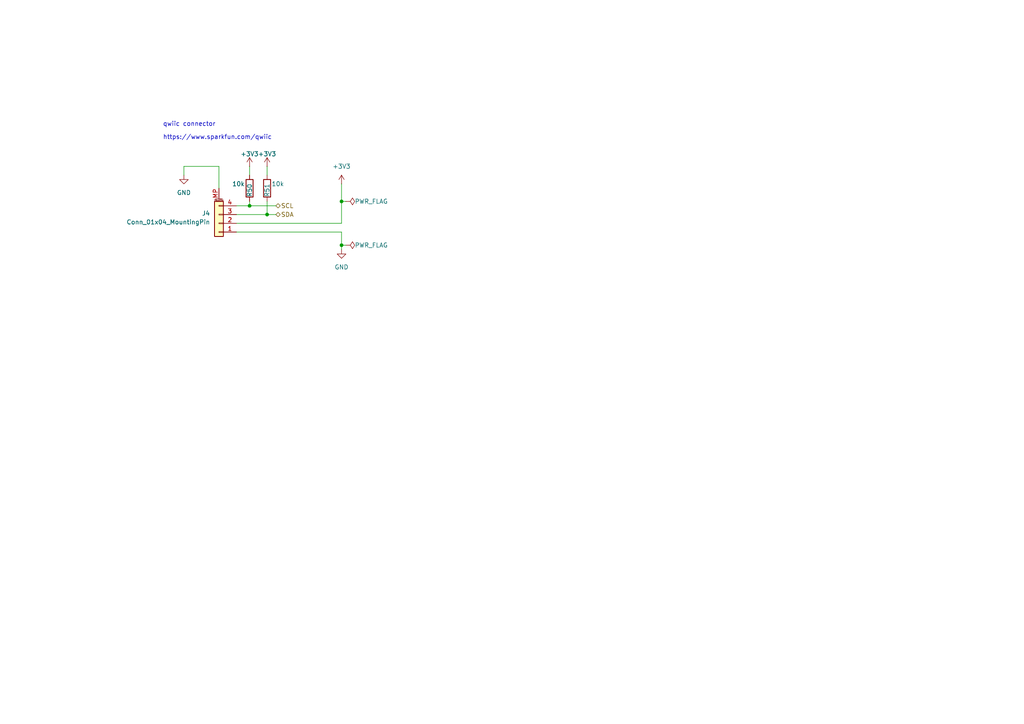
<source format=kicad_sch>
(kicad_sch (version 20250114) (generator "eeschema") (generator_version "9.0")
  (paper "A4")
  (lib_symbols
    (symbol "Connector_Generic_MountingPin:Conn_01x04_MountingPin" (pin_names (offset 1.016) (hide yes))
      (property "Reference" "J" (at 0 5.08 0))
      (property "Value" "Conn_01x04_MountingPin" (at 1.27 -7.62 0))
      (symbol "Conn_01x04_MountingPin_1_1"
        (rectangle (start -1.27 3.81) (end 1.27 -6.35) (stroke (width 0.254)) (fill (type background)))
        (rectangle (start -1.27 2.667) (end 0 2.413) (stroke (width 0.1524)))
        (rectangle (start -1.27 0.127) (end 0 -0.127) (stroke (width 0.1524)))
        (rectangle (start -1.27 -2.413) (end 0 -2.667) (stroke (width 0.1524)))
        (rectangle (start -1.27 -4.953) (end 0 -5.207) (stroke (width 0.1524)))
        (polyline (pts (xy -1.016 -7.112) (xy 1.016 -7.112)) (stroke (width 0.1524)))
        (text "Mounting" (at 0 -6.731 0) (effects (font (size 0.381 0.381))))
        (pin passive line (at -5.08 2.54 0) (length 3.81) (name "Pin_1") (number "1"))
        (pin passive line (at -5.08 0 0) (length 3.81) (name "Pin_2") (number "2"))
        (pin passive line (at -5.08 -2.54 0) (length 3.81) (name "Pin_3") (number "3"))
        (pin passive line (at -5.08 -5.08 0) (length 3.81) (name "Pin_4") (number "4"))
        (pin passive line (at 0 -10.16 90) (length 3.048) (name "MountPin") (number "MP"))
      )
    )
    (symbol "Device:R" (pin_numbers (hide yes)) (pin_names (offset 0))
      (property "Reference" "R" (at 2.032 0 90))
      (property "Value" "R" (at 0 0 90))
      (symbol "R_0_1"
        (rectangle (start -1.016 -2.54) (end 1.016 2.54) (stroke (width 0.254)))
      )
      (symbol "R_1_1"
        (pin passive line (at 0 3.81 270) (length 1.27) (name "~") (number "1"))
        (pin passive line (at 0 -3.81 90) (length 1.27) (name "~") (number "2"))
      )
    )
    (symbol "power:+3V3" (power) (pin_numbers (hide yes)) (pin_names (offset 0) (hide yes))
      (property "Value" "+3V3" (at 0 3.556 0))
      (symbol "+3V3_0_1"
        (polyline (pts (xy -0.762 1.27) (xy 0 2.54)))
        (polyline (pts (xy 0 2.54) (xy 0.762 1.27)))
        (polyline (pts (xy 0 0) (xy 0 2.54)))
      )
      (symbol "+3V3_1_1"
        (pin power_in line (at 0 0 90) (length 0) (name "~") (number "1"))
      )
    )
    (symbol "power:GND" (power) (pin_names (offset 0))
      (property "Value" "GND" (at 0 -3.81 0))
      (symbol "GND_0_1"
        (polyline (pts (xy 0 0) (xy 0 -1.27) (xy 1.27 -1.27) (xy 0 -2.54) (xy -1.27 -1.27) (xy 0 -1.27)))
      )
      (symbol "GND_1_1"
        (pin power_in line (at 0 0 270) (length 0) (hide yes) (name "GND") (number "1"))
      )
    )
    (symbol "power:PWR_FLAG" (power) (pin_numbers (hide yes)) (pin_names (offset 0) (hide yes))
      (property "Value" "PWR_FLAG" (at 0 3.81 0))
      (symbol "PWR_FLAG_0_0"
        (pin power_out line (at 0 0 90) (length 0) (name "pwr") (number "1"))
      )
      (symbol "PWR_FLAG_0_1"
        (polyline (pts (xy 0 0) (xy 0 1.27) (xy -1.016 1.905) (xy 0 2.54) (xy 1.016 1.905) (xy 0 1.27)))
      )
    )
  )
  (text "qwiic connector" (at 47.244 36.83 0) (effects (font (size 1.27 1.27)) (justify left bottom)))
  (text "https://www.sparkfun.com/qwiic" (at 47.244 40.64 0) (effects (font (size 1.27 1.27)) (justify left bottom)))
  (junction (at 77.47 62.23))
  (junction (at 72.39 59.69))
  (junction (at 99.06 71.12))
  (junction (at 99.06 58.42))
  (wire (pts (xy 72.39 59.69) (xy 80.01 59.69)))
  (wire (pts (xy 99.06 58.42) (xy 99.06 53.34)))
  (wire (pts (xy 99.06 71.12) (xy 99.06 72.39)))
  (wire (pts (xy 99.06 64.77) (xy 99.06 58.42)))
  (wire (pts (xy 63.5 48.26) (xy 53.34 48.26)))
  (wire (pts (xy 68.58 62.23) (xy 77.47 62.23)))
  (wire (pts (xy 63.5 48.26) (xy 63.5 54.61)))
  (wire (pts (xy 100.33 71.12) (xy 99.06 71.12)))
  (wire (pts (xy 77.47 58.42) (xy 77.47 62.23)))
  (wire (pts (xy 77.47 62.23) (xy 80.01 62.23)))
  (wire (pts (xy 53.34 48.26) (xy 53.34 50.8)))
  (wire (pts (xy 100.33 58.42) (xy 99.06 58.42)))
  (wire (pts (xy 99.06 67.31) (xy 99.06 71.12)))
  (wire (pts (xy 68.58 67.31) (xy 99.06 67.31)))
  (wire (pts (xy 72.39 58.42) (xy 72.39 59.69)))
  (wire (pts (xy 68.58 64.77) (xy 99.06 64.77)))
  (wire (pts (xy 68.58 59.69) (xy 72.39 59.69)))
  (wire (pts (xy 72.39 48.26) (xy 72.39 50.8)))
  (wire (pts (xy 77.47 48.26) (xy 77.47 50.8)))
  (hierarchical_label "SCL" (shape bidirectional) (at 80.01 59.69 0))
  (hierarchical_label "SDA" (shape bidirectional) (at 80.01 62.23 0))
  (symbol (lib_id "power:GND") (at 99.06 72.39 0) (unit 1)
    (property "Reference" "#PWR0199" (effects (hide yes)))
    (property "Value" "GND" (at 99.06 77.47 0))
  )
  (symbol (lib_id "Device:R") (at 72.39 54.61 0) (unit 1)
    (property "Reference" "R50" (at 72.39 57.15 90) (effects (justify left)))
    (property "Value" "10k" (at 67.31 53.34 0) (effects (justify left)))
    (property "Footprint" "Resistor_SMD:R_0402_1005Metric" (effects (hide yes)))
  )
  (symbol (lib_id "power:+3V3") (at 72.39 48.26 0) (unit 1)
    (property "Reference" "#PWR0196" (effects (hide yes)))
    (property "Value" "+3V3" (at 72.39 44.6555 0))
  )
  (symbol (lib_id "power:PWR_FLAG") (at 100.33 58.42 270) (unit 1)
    (property "Reference" "#FLG015" (effects (hide yes)))
    (property "Value" "PWR_FLAG" (at 102.87 58.42 90) (effects (justify left)))
  )
  (symbol (lib_id "power:+3V3") (at 99.06 53.34 0) (unit 1)
    (property "Reference" "#PWR0198" (effects (hide yes)))
    (property "Value" "+3V3" (at 99.06 48.26 0))
    (property "Description" "Power symbol creates a global label with name \"+3V3\"" (effects (hide yes)))
  )
  (symbol (lib_id "power:GND") (at 53.34 50.8 0) (unit 1)
    (property "Reference" "#PWR0195" (effects (hide yes)))
    (property "Value" "GND" (at 53.34 55.88 0))
  )
  (symbol (lib_id "power:+3V3") (at 77.47 48.26 0) (unit 1)
    (property "Reference" "#PWR0197" (effects (hide yes)))
    (property "Value" "+3V3" (at 77.47 44.6555 0))
  )
  (symbol (lib_id "Device:R") (at 77.47 54.61 0) (unit 1)
    (property "Reference" "R51" (at 77.47 57.15 90) (effects (justify left)))
    (property "Value" "10k" (at 78.74 53.34 0) (effects (justify left)))
    (property "Footprint" "Resistor_SMD:R_0402_1005Metric" (effects (hide yes)))
  )
  (symbol (lib_id "power:PWR_FLAG") (at 100.33 71.12 270) (unit 1)
    (property "Reference" "#FLG016" (effects (hide yes)))
    (property "Value" "PWR_FLAG" (at 102.87 71.12 90) (effects (justify left)))
  )
  (symbol (lib_id "Connector_Generic_MountingPin:Conn_01x04_MountingPin") (at 63.5 64.77 180) (unit 1)
    (property "Reference" "J4" (at 60.96 61.8743 0) (effects (justify left)))
    (property "Value" "Conn_01x04_MountingPin" (at 60.96 64.4143 0) (effects (justify left)))
    (property "Footprint" "Bela:qwiic_horizontal_SMD" (effects (hide yes)))
  )
)
</source>
